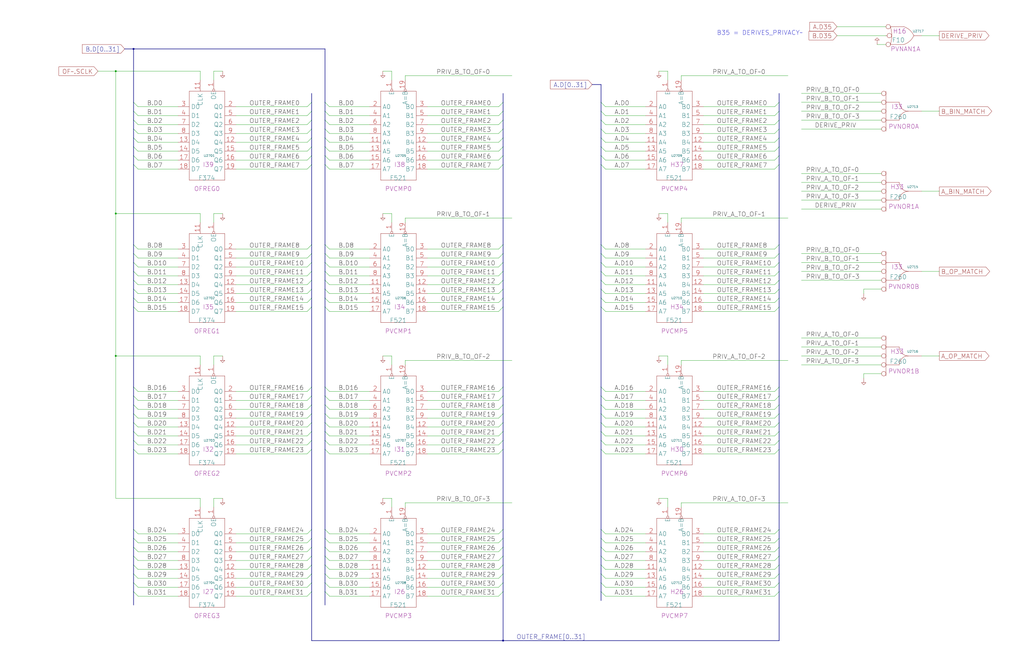
<source format=kicad_sch>
(kicad_sch (version 20220126) (generator eeschema)
  (paper "User" 584.2 378.46)
  (title_block (title "PRIVACY CHECK LOGIC") (date "15-MAR-90") (rev "1.0") (comment 1 "TYPE") (comment 2 "232-003062") (comment 3 "S400") (comment 4 "RELEASED"))
  (bus (pts (xy 177.8 139.7) (xy 177.8 144.78)))
  (bus (pts (xy 177.8 144.78) (xy 177.8 149.86)))
  (bus (pts (xy 177.8 149.86) (xy 177.8 154.94)))
  (bus (pts (xy 177.8 154.94) (xy 177.8 160.02)))
  (bus (pts (xy 177.8 160.02) (xy 177.8 165.1)))
  (bus (pts (xy 177.8 165.1) (xy 177.8 170.18)))
  (bus (pts (xy 177.8 170.18) (xy 177.8 175.26)))
  (bus (pts (xy 177.8 175.26) (xy 177.8 220.98)))
  (bus (pts (xy 177.8 220.98) (xy 177.8 226.06)))
  (bus (pts (xy 177.8 226.06) (xy 177.8 231.14)))
  (bus (pts (xy 177.8 231.14) (xy 177.8 236.22)))
  (bus (pts (xy 177.8 236.22) (xy 177.8 241.3)))
  (bus (pts (xy 177.8 241.3) (xy 177.8 246.38)))
  (bus (pts (xy 177.8 246.38) (xy 177.8 251.46)))
  (bus (pts (xy 177.8 251.46) (xy 177.8 256.54)))
  (bus (pts (xy 177.8 256.54) (xy 177.8 302.26)))
  (bus (pts (xy 177.8 302.26) (xy 177.8 307.34)))
  (bus (pts (xy 177.8 307.34) (xy 177.8 312.42)))
  (bus (pts (xy 177.8 312.42) (xy 177.8 317.5)))
  (bus (pts (xy 177.8 317.5) (xy 177.8 322.58)))
  (bus (pts (xy 177.8 322.58) (xy 177.8 327.66)))
  (bus (pts (xy 177.8 327.66) (xy 177.8 332.74)))
  (bus (pts (xy 177.8 332.74) (xy 177.8 337.82)))
  (bus (pts (xy 177.8 337.82) (xy 177.8 365.76)))
  (bus (pts (xy 177.8 53.34) (xy 177.8 58.42)))
  (bus (pts (xy 177.8 58.42) (xy 177.8 63.5)))
  (bus (pts (xy 177.8 63.5) (xy 177.8 68.58)))
  (bus (pts (xy 177.8 68.58) (xy 177.8 73.66)))
  (bus (pts (xy 177.8 73.66) (xy 177.8 78.74)))
  (bus (pts (xy 177.8 78.74) (xy 177.8 83.82)))
  (bus (pts (xy 177.8 83.82) (xy 177.8 88.9)))
  (bus (pts (xy 177.8 88.9) (xy 177.8 93.98)))
  (bus (pts (xy 177.8 93.98) (xy 177.8 139.7)))
  (bus (pts (xy 185.42 139.7) (xy 185.42 144.78)))
  (bus (pts (xy 185.42 144.78) (xy 185.42 149.86)))
  (bus (pts (xy 185.42 149.86) (xy 185.42 154.94)))
  (bus (pts (xy 185.42 154.94) (xy 185.42 160.02)))
  (bus (pts (xy 185.42 160.02) (xy 185.42 165.1)))
  (bus (pts (xy 185.42 165.1) (xy 185.42 170.18)))
  (bus (pts (xy 185.42 170.18) (xy 185.42 175.26)))
  (bus (pts (xy 185.42 175.26) (xy 185.42 220.98)))
  (bus (pts (xy 185.42 220.98) (xy 185.42 226.06)))
  (bus (pts (xy 185.42 226.06) (xy 185.42 231.14)))
  (bus (pts (xy 185.42 231.14) (xy 185.42 236.22)))
  (bus (pts (xy 185.42 236.22) (xy 185.42 241.3)))
  (bus (pts (xy 185.42 241.3) (xy 185.42 246.38)))
  (bus (pts (xy 185.42 246.38) (xy 185.42 251.46)))
  (bus (pts (xy 185.42 251.46) (xy 185.42 256.54)))
  (bus (pts (xy 185.42 256.54) (xy 185.42 302.26)))
  (bus (pts (xy 185.42 27.94) (xy 185.42 58.42)))
  (bus (pts (xy 185.42 302.26) (xy 185.42 307.34)))
  (bus (pts (xy 185.42 307.34) (xy 185.42 312.42)))
  (bus (pts (xy 185.42 312.42) (xy 185.42 317.5)))
  (bus (pts (xy 185.42 317.5) (xy 185.42 322.58)))
  (bus (pts (xy 185.42 322.58) (xy 185.42 327.66)))
  (bus (pts (xy 185.42 327.66) (xy 185.42 332.74)))
  (bus (pts (xy 185.42 332.74) (xy 185.42 337.82)))
  (bus (pts (xy 185.42 337.82) (xy 185.42 345.44)))
  (bus (pts (xy 185.42 58.42) (xy 185.42 63.5)))
  (bus (pts (xy 185.42 63.5) (xy 185.42 68.58)))
  (bus (pts (xy 185.42 68.58) (xy 185.42 73.66)))
  (bus (pts (xy 185.42 73.66) (xy 185.42 78.74)))
  (bus (pts (xy 185.42 78.74) (xy 185.42 83.82)))
  (bus (pts (xy 185.42 83.82) (xy 185.42 88.9)))
  (bus (pts (xy 185.42 88.9) (xy 185.42 93.98)))
  (bus (pts (xy 185.42 93.98) (xy 185.42 139.7)))
  (bus (pts (xy 287.02 139.7) (xy 287.02 144.78)))
  (bus (pts (xy 287.02 144.78) (xy 287.02 149.86)))
  (bus (pts (xy 287.02 149.86) (xy 287.02 154.94)))
  (bus (pts (xy 287.02 154.94) (xy 287.02 160.02)))
  (bus (pts (xy 287.02 160.02) (xy 287.02 165.1)))
  (bus (pts (xy 287.02 165.1) (xy 287.02 170.18)))
  (bus (pts (xy 287.02 170.18) (xy 287.02 175.26)))
  (bus (pts (xy 287.02 175.26) (xy 287.02 220.98)))
  (bus (pts (xy 287.02 220.98) (xy 287.02 226.06)))
  (bus (pts (xy 287.02 226.06) (xy 287.02 231.14)))
  (bus (pts (xy 287.02 231.14) (xy 287.02 236.22)))
  (bus (pts (xy 287.02 236.22) (xy 287.02 241.3)))
  (bus (pts (xy 287.02 241.3) (xy 287.02 246.38)))
  (bus (pts (xy 287.02 246.38) (xy 287.02 251.46)))
  (bus (pts (xy 287.02 251.46) (xy 287.02 256.54)))
  (bus (pts (xy 287.02 256.54) (xy 287.02 302.26)))
  (bus (pts (xy 287.02 302.26) (xy 287.02 307.34)))
  (bus (pts (xy 287.02 307.34) (xy 287.02 312.42)))
  (bus (pts (xy 287.02 312.42) (xy 287.02 317.5)))
  (bus (pts (xy 287.02 317.5) (xy 287.02 322.58)))
  (bus (pts (xy 287.02 322.58) (xy 287.02 327.66)))
  (bus (pts (xy 287.02 327.66) (xy 287.02 332.74)))
  (bus (pts (xy 287.02 332.74) (xy 287.02 337.82)))
  (bus (pts (xy 287.02 337.82) (xy 287.02 365.76)))
  (bus (pts (xy 287.02 365.76) (xy 177.8 365.76)))
  (bus (pts (xy 287.02 53.34) (xy 287.02 58.42)))
  (bus (pts (xy 287.02 58.42) (xy 287.02 63.5)))
  (bus (pts (xy 287.02 63.5) (xy 287.02 68.58)))
  (bus (pts (xy 287.02 68.58) (xy 287.02 73.66)))
  (bus (pts (xy 287.02 73.66) (xy 287.02 78.74)))
  (bus (pts (xy 287.02 78.74) (xy 287.02 83.82)))
  (bus (pts (xy 287.02 83.82) (xy 287.02 88.9)))
  (bus (pts (xy 287.02 88.9) (xy 287.02 93.98)))
  (bus (pts (xy 287.02 93.98) (xy 287.02 139.7)))
  (bus (pts (xy 337.82 48.26) (xy 342.9 48.26)))
  (bus (pts (xy 342.9 139.7) (xy 342.9 144.78)))
  (bus (pts (xy 342.9 144.78) (xy 342.9 149.86)))
  (bus (pts (xy 342.9 149.86) (xy 342.9 154.94)))
  (bus (pts (xy 342.9 154.94) (xy 342.9 160.02)))
  (bus (pts (xy 342.9 160.02) (xy 342.9 165.1)))
  (bus (pts (xy 342.9 165.1) (xy 342.9 170.18)))
  (bus (pts (xy 342.9 170.18) (xy 342.9 175.26)))
  (bus (pts (xy 342.9 175.26) (xy 342.9 220.98)))
  (bus (pts (xy 342.9 220.98) (xy 342.9 226.06)))
  (bus (pts (xy 342.9 226.06) (xy 342.9 231.14)))
  (bus (pts (xy 342.9 231.14) (xy 342.9 236.22)))
  (bus (pts (xy 342.9 236.22) (xy 342.9 241.3)))
  (bus (pts (xy 342.9 241.3) (xy 342.9 246.38)))
  (bus (pts (xy 342.9 246.38) (xy 342.9 251.46)))
  (bus (pts (xy 342.9 251.46) (xy 342.9 256.54)))
  (bus (pts (xy 342.9 256.54) (xy 342.9 302.26)))
  (bus (pts (xy 342.9 302.26) (xy 342.9 307.34)))
  (bus (pts (xy 342.9 307.34) (xy 342.9 312.42)))
  (bus (pts (xy 342.9 312.42) (xy 342.9 317.5)))
  (bus (pts (xy 342.9 317.5) (xy 342.9 322.58)))
  (bus (pts (xy 342.9 322.58) (xy 342.9 327.66)))
  (bus (pts (xy 342.9 327.66) (xy 342.9 332.74)))
  (bus (pts (xy 342.9 332.74) (xy 342.9 337.82)))
  (bus (pts (xy 342.9 337.82) (xy 342.9 342.9)))
  (bus (pts (xy 342.9 48.26) (xy 342.9 58.42)))
  (bus (pts (xy 342.9 58.42) (xy 342.9 63.5)))
  (bus (pts (xy 342.9 63.5) (xy 342.9 68.58)))
  (bus (pts (xy 342.9 68.58) (xy 342.9 73.66)))
  (bus (pts (xy 342.9 73.66) (xy 342.9 78.74)))
  (bus (pts (xy 342.9 78.74) (xy 342.9 83.82)))
  (bus (pts (xy 342.9 83.82) (xy 342.9 88.9)))
  (bus (pts (xy 342.9 88.9) (xy 342.9 93.98)))
  (bus (pts (xy 342.9 93.98) (xy 342.9 139.7)))
  (bus (pts (xy 444.5 139.7) (xy 444.5 144.78)))
  (bus (pts (xy 444.5 144.78) (xy 444.5 149.86)))
  (bus (pts (xy 444.5 149.86) (xy 444.5 154.94)))
  (bus (pts (xy 444.5 154.94) (xy 444.5 160.02)))
  (bus (pts (xy 444.5 160.02) (xy 444.5 165.1)))
  (bus (pts (xy 444.5 165.1) (xy 444.5 170.18)))
  (bus (pts (xy 444.5 170.18) (xy 444.5 175.26)))
  (bus (pts (xy 444.5 175.26) (xy 444.5 220.98)))
  (bus (pts (xy 444.5 220.98) (xy 444.5 226.06)))
  (bus (pts (xy 444.5 226.06) (xy 444.5 231.14)))
  (bus (pts (xy 444.5 231.14) (xy 444.5 236.22)))
  (bus (pts (xy 444.5 236.22) (xy 444.5 241.3)))
  (bus (pts (xy 444.5 241.3) (xy 444.5 246.38)))
  (bus (pts (xy 444.5 246.38) (xy 444.5 251.46)))
  (bus (pts (xy 444.5 251.46) (xy 444.5 256.54)))
  (bus (pts (xy 444.5 256.54) (xy 444.5 302.26)))
  (bus (pts (xy 444.5 302.26) (xy 444.5 307.34)))
  (bus (pts (xy 444.5 307.34) (xy 444.5 312.42)))
  (bus (pts (xy 444.5 312.42) (xy 444.5 317.5)))
  (bus (pts (xy 444.5 317.5) (xy 444.5 322.58)))
  (bus (pts (xy 444.5 322.58) (xy 444.5 327.66)))
  (bus (pts (xy 444.5 327.66) (xy 444.5 332.74)))
  (bus (pts (xy 444.5 332.74) (xy 444.5 337.82)))
  (bus (pts (xy 444.5 337.82) (xy 444.5 365.76)))
  (bus (pts (xy 444.5 365.76) (xy 287.02 365.76)))
  (bus (pts (xy 444.5 53.34) (xy 444.5 58.42)))
  (bus (pts (xy 444.5 58.42) (xy 444.5 63.5)))
  (bus (pts (xy 444.5 63.5) (xy 444.5 68.58)))
  (bus (pts (xy 444.5 68.58) (xy 444.5 73.66)))
  (bus (pts (xy 444.5 73.66) (xy 444.5 78.74)))
  (bus (pts (xy 444.5 78.74) (xy 444.5 83.82)))
  (bus (pts (xy 444.5 83.82) (xy 444.5 88.9)))
  (bus (pts (xy 444.5 88.9) (xy 444.5 93.98)))
  (bus (pts (xy 444.5 93.98) (xy 444.5 139.7)))
  (bus (pts (xy 71.12 27.94) (xy 76.2 27.94)))
  (bus (pts (xy 76.2 139.7) (xy 76.2 144.78)))
  (bus (pts (xy 76.2 144.78) (xy 76.2 149.86)))
  (bus (pts (xy 76.2 149.86) (xy 76.2 154.94)))
  (bus (pts (xy 76.2 154.94) (xy 76.2 160.02)))
  (bus (pts (xy 76.2 160.02) (xy 76.2 165.1)))
  (bus (pts (xy 76.2 165.1) (xy 76.2 170.18)))
  (bus (pts (xy 76.2 170.18) (xy 76.2 175.26)))
  (bus (pts (xy 76.2 175.26) (xy 76.2 220.98)))
  (bus (pts (xy 76.2 220.98) (xy 76.2 226.06)))
  (bus (pts (xy 76.2 226.06) (xy 76.2 231.14)))
  (bus (pts (xy 76.2 231.14) (xy 76.2 236.22)))
  (bus (pts (xy 76.2 236.22) (xy 76.2 241.3)))
  (bus (pts (xy 76.2 241.3) (xy 76.2 246.38)))
  (bus (pts (xy 76.2 246.38) (xy 76.2 251.46)))
  (bus (pts (xy 76.2 251.46) (xy 76.2 256.54)))
  (bus (pts (xy 76.2 256.54) (xy 76.2 302.26)))
  (bus (pts (xy 76.2 27.94) (xy 185.42 27.94)))
  (bus (pts (xy 76.2 27.94) (xy 76.2 58.42)))
  (bus (pts (xy 76.2 302.26) (xy 76.2 307.34)))
  (bus (pts (xy 76.2 307.34) (xy 76.2 312.42)))
  (bus (pts (xy 76.2 312.42) (xy 76.2 317.5)))
  (bus (pts (xy 76.2 317.5) (xy 76.2 322.58)))
  (bus (pts (xy 76.2 322.58) (xy 76.2 327.66)))
  (bus (pts (xy 76.2 327.66) (xy 76.2 332.74)))
  (bus (pts (xy 76.2 332.74) (xy 76.2 337.82)))
  (bus (pts (xy 76.2 337.82) (xy 76.2 345.44)))
  (bus (pts (xy 76.2 58.42) (xy 76.2 63.5)))
  (bus (pts (xy 76.2 63.5) (xy 76.2 68.58)))
  (bus (pts (xy 76.2 68.58) (xy 76.2 73.66)))
  (bus (pts (xy 76.2 73.66) (xy 76.2 78.74)))
  (bus (pts (xy 76.2 78.74) (xy 76.2 83.82)))
  (bus (pts (xy 76.2 83.82) (xy 76.2 88.9)))
  (bus (pts (xy 76.2 88.9) (xy 76.2 93.98)))
  (bus (pts (xy 76.2 93.98) (xy 76.2 139.7)))
  (wire (pts (xy 114.3 121.92) (xy 66.04 121.92)))
  (wire (pts (xy 114.3 127) (xy 114.3 121.92)))
  (wire (pts (xy 114.3 203.2) (xy 66.04 203.2)))
  (wire (pts (xy 114.3 208.28) (xy 114.3 203.2)))
  (wire (pts (xy 114.3 284.48) (xy 66.04 284.48)))
  (wire (pts (xy 114.3 289.56) (xy 114.3 284.48)))
  (wire (pts (xy 114.3 40.64) (xy 66.04 40.64)))
  (wire (pts (xy 114.3 45.72) (xy 114.3 40.64)))
  (wire (pts (xy 121.92 121.92) (xy 121.92 127)))
  (wire (pts (xy 121.92 203.2) (xy 121.92 208.28)))
  (wire (pts (xy 121.92 284.48) (xy 121.92 289.56)))
  (wire (pts (xy 121.92 40.64) (xy 121.92 45.72)))
  (wire (pts (xy 127 121.92) (xy 121.92 121.92)))
  (wire (pts (xy 127 203.2) (xy 121.92 203.2)))
  (wire (pts (xy 127 284.48) (xy 121.92 284.48)))
  (wire (pts (xy 127 40.64) (xy 121.92 40.64)))
  (wire (pts (xy 134.62 142.24) (xy 175.26 142.24)))
  (wire (pts (xy 134.62 147.32) (xy 175.26 147.32)))
  (wire (pts (xy 134.62 152.4) (xy 175.26 152.4)))
  (wire (pts (xy 134.62 157.48) (xy 175.26 157.48)))
  (wire (pts (xy 134.62 162.56) (xy 175.26 162.56)))
  (wire (pts (xy 134.62 167.64) (xy 175.26 167.64)))
  (wire (pts (xy 134.62 172.72) (xy 175.26 172.72)))
  (wire (pts (xy 134.62 177.8) (xy 175.26 177.8)))
  (wire (pts (xy 134.62 223.52) (xy 175.26 223.52)))
  (wire (pts (xy 134.62 228.6) (xy 175.26 228.6)))
  (wire (pts (xy 134.62 233.68) (xy 175.26 233.68)))
  (wire (pts (xy 134.62 238.76) (xy 175.26 238.76)))
  (wire (pts (xy 134.62 243.84) (xy 175.26 243.84)))
  (wire (pts (xy 134.62 248.92) (xy 175.26 248.92)))
  (wire (pts (xy 134.62 254) (xy 175.26 254)))
  (wire (pts (xy 134.62 259.08) (xy 175.26 259.08)))
  (wire (pts (xy 134.62 304.8) (xy 175.26 304.8)))
  (wire (pts (xy 134.62 309.88) (xy 175.26 309.88)))
  (wire (pts (xy 134.62 314.96) (xy 175.26 314.96)))
  (wire (pts (xy 134.62 320.04) (xy 175.26 320.04)))
  (wire (pts (xy 134.62 325.12) (xy 175.26 325.12)))
  (wire (pts (xy 134.62 330.2) (xy 175.26 330.2)))
  (wire (pts (xy 134.62 335.28) (xy 175.26 335.28)))
  (wire (pts (xy 134.62 340.36) (xy 175.26 340.36)))
  (wire (pts (xy 134.62 60.96) (xy 175.26 60.96)))
  (wire (pts (xy 134.62 66.04) (xy 175.26 66.04)))
  (wire (pts (xy 134.62 71.12) (xy 175.26 71.12)))
  (wire (pts (xy 134.62 76.2) (xy 175.26 76.2)))
  (wire (pts (xy 134.62 81.28) (xy 175.26 81.28)))
  (wire (pts (xy 134.62 86.36) (xy 175.26 86.36)))
  (wire (pts (xy 134.62 91.44) (xy 175.26 91.44)))
  (wire (pts (xy 134.62 96.52) (xy 175.26 96.52)))
  (wire (pts (xy 187.96 142.24) (xy 210.82 142.24)))
  (wire (pts (xy 187.96 147.32) (xy 210.82 147.32)))
  (wire (pts (xy 187.96 152.4) (xy 210.82 152.4)))
  (wire (pts (xy 187.96 157.48) (xy 210.82 157.48)))
  (wire (pts (xy 187.96 162.56) (xy 210.82 162.56)))
  (wire (pts (xy 187.96 167.64) (xy 210.82 167.64)))
  (wire (pts (xy 187.96 172.72) (xy 210.82 172.72)))
  (wire (pts (xy 187.96 177.8) (xy 210.82 177.8)))
  (wire (pts (xy 187.96 223.52) (xy 210.82 223.52)))
  (wire (pts (xy 187.96 228.6) (xy 210.82 228.6)))
  (wire (pts (xy 187.96 233.68) (xy 210.82 233.68)))
  (wire (pts (xy 187.96 238.76) (xy 210.82 238.76)))
  (wire (pts (xy 187.96 243.84) (xy 210.82 243.84)))
  (wire (pts (xy 187.96 248.92) (xy 210.82 248.92)))
  (wire (pts (xy 187.96 254) (xy 210.82 254)))
  (wire (pts (xy 187.96 259.08) (xy 210.82 259.08)))
  (wire (pts (xy 187.96 304.8) (xy 210.82 304.8)))
  (wire (pts (xy 187.96 309.88) (xy 210.82 309.88)))
  (wire (pts (xy 187.96 314.96) (xy 210.82 314.96)))
  (wire (pts (xy 187.96 320.04) (xy 210.82 320.04)))
  (wire (pts (xy 187.96 325.12) (xy 210.82 325.12)))
  (wire (pts (xy 187.96 330.2) (xy 210.82 330.2)))
  (wire (pts (xy 187.96 335.28) (xy 210.82 335.28)))
  (wire (pts (xy 187.96 340.36) (xy 210.82 340.36)))
  (wire (pts (xy 187.96 60.96) (xy 210.82 60.96)))
  (wire (pts (xy 187.96 66.04) (xy 210.82 66.04)))
  (wire (pts (xy 187.96 71.12) (xy 210.82 71.12)))
  (wire (pts (xy 187.96 76.2) (xy 210.82 76.2)))
  (wire (pts (xy 187.96 81.28) (xy 210.82 81.28)))
  (wire (pts (xy 187.96 86.36) (xy 210.82 86.36)))
  (wire (pts (xy 187.96 91.44) (xy 210.82 91.44)))
  (wire (pts (xy 187.96 96.52) (xy 210.82 96.52)))
  (wire (pts (xy 218.44 121.92) (xy 223.52 121.92)))
  (wire (pts (xy 218.44 203.2) (xy 223.52 203.2)))
  (wire (pts (xy 218.44 284.48) (xy 223.52 284.48)))
  (wire (pts (xy 218.44 40.64) (xy 223.52 40.64)))
  (wire (pts (xy 223.52 127) (xy 223.52 121.92)))
  (wire (pts (xy 223.52 208.28) (xy 223.52 203.2)))
  (wire (pts (xy 223.52 289.56) (xy 223.52 284.48)))
  (wire (pts (xy 223.52 45.72) (xy 223.52 40.64)))
  (wire (pts (xy 231.14 124.46) (xy 292.1 124.46)))
  (wire (pts (xy 231.14 127) (xy 231.14 124.46)))
  (wire (pts (xy 231.14 205.74) (xy 292.1 205.74)))
  (wire (pts (xy 231.14 208.28) (xy 231.14 205.74)))
  (wire (pts (xy 231.14 287.02) (xy 292.1 287.02)))
  (wire (pts (xy 231.14 289.56) (xy 231.14 287.02)))
  (wire (pts (xy 231.14 43.18) (xy 292.1 43.18)))
  (wire (pts (xy 231.14 45.72) (xy 231.14 43.18)))
  (wire (pts (xy 243.84 142.24) (xy 284.48 142.24)))
  (wire (pts (xy 243.84 147.32) (xy 284.48 147.32)))
  (wire (pts (xy 243.84 152.4) (xy 284.48 152.4)))
  (wire (pts (xy 243.84 157.48) (xy 284.48 157.48)))
  (wire (pts (xy 243.84 162.56) (xy 284.48 162.56)))
  (wire (pts (xy 243.84 167.64) (xy 284.48 167.64)))
  (wire (pts (xy 243.84 172.72) (xy 284.48 172.72)))
  (wire (pts (xy 243.84 177.8) (xy 284.48 177.8)))
  (wire (pts (xy 243.84 223.52) (xy 284.48 223.52)))
  (wire (pts (xy 243.84 228.6) (xy 284.48 228.6)))
  (wire (pts (xy 243.84 233.68) (xy 284.48 233.68)))
  (wire (pts (xy 243.84 238.76) (xy 284.48 238.76)))
  (wire (pts (xy 243.84 243.84) (xy 284.48 243.84)))
  (wire (pts (xy 243.84 248.92) (xy 284.48 248.92)))
  (wire (pts (xy 243.84 254) (xy 284.48 254)))
  (wire (pts (xy 243.84 259.08) (xy 284.48 259.08)))
  (wire (pts (xy 243.84 304.8) (xy 284.48 304.8)))
  (wire (pts (xy 243.84 309.88) (xy 284.48 309.88)))
  (wire (pts (xy 243.84 314.96) (xy 284.48 314.96)))
  (wire (pts (xy 243.84 320.04) (xy 284.48 320.04)))
  (wire (pts (xy 243.84 325.12) (xy 284.48 325.12)))
  (wire (pts (xy 243.84 330.2) (xy 284.48 330.2)))
  (wire (pts (xy 243.84 335.28) (xy 284.48 335.28)))
  (wire (pts (xy 243.84 340.36) (xy 284.48 340.36)))
  (wire (pts (xy 243.84 60.96) (xy 284.48 60.96)))
  (wire (pts (xy 243.84 66.04) (xy 284.48 66.04)))
  (wire (pts (xy 243.84 71.12) (xy 284.48 71.12)))
  (wire (pts (xy 243.84 76.2) (xy 284.48 76.2)))
  (wire (pts (xy 243.84 81.28) (xy 284.48 81.28)))
  (wire (pts (xy 243.84 86.36) (xy 284.48 86.36)))
  (wire (pts (xy 243.84 91.44) (xy 284.48 91.44)))
  (wire (pts (xy 243.84 96.52) (xy 284.48 96.52)))
  (wire (pts (xy 345.44 142.24) (xy 368.3 142.24)))
  (wire (pts (xy 345.44 147.32) (xy 368.3 147.32)))
  (wire (pts (xy 345.44 152.4) (xy 368.3 152.4)))
  (wire (pts (xy 345.44 157.48) (xy 368.3 157.48)))
  (wire (pts (xy 345.44 162.56) (xy 368.3 162.56)))
  (wire (pts (xy 345.44 167.64) (xy 368.3 167.64)))
  (wire (pts (xy 345.44 172.72) (xy 368.3 172.72)))
  (wire (pts (xy 345.44 177.8) (xy 368.3 177.8)))
  (wire (pts (xy 345.44 223.52) (xy 368.3 223.52)))
  (wire (pts (xy 345.44 228.6) (xy 368.3 228.6)))
  (wire (pts (xy 345.44 233.68) (xy 368.3 233.68)))
  (wire (pts (xy 345.44 238.76) (xy 368.3 238.76)))
  (wire (pts (xy 345.44 243.84) (xy 368.3 243.84)))
  (wire (pts (xy 345.44 248.92) (xy 368.3 248.92)))
  (wire (pts (xy 345.44 254) (xy 368.3 254)))
  (wire (pts (xy 345.44 259.08) (xy 368.3 259.08)))
  (wire (pts (xy 345.44 304.8) (xy 368.3 304.8)))
  (wire (pts (xy 345.44 309.88) (xy 368.3 309.88)))
  (wire (pts (xy 345.44 314.96) (xy 368.3 314.96)))
  (wire (pts (xy 345.44 320.04) (xy 368.3 320.04)))
  (wire (pts (xy 345.44 325.12) (xy 368.3 325.12)))
  (wire (pts (xy 345.44 330.2) (xy 368.3 330.2)))
  (wire (pts (xy 345.44 335.28) (xy 368.3 335.28)))
  (wire (pts (xy 345.44 340.36) (xy 368.3 340.36)))
  (wire (pts (xy 345.44 60.96) (xy 368.3 60.96)))
  (wire (pts (xy 345.44 66.04) (xy 368.3 66.04)))
  (wire (pts (xy 345.44 71.12) (xy 368.3 71.12)))
  (wire (pts (xy 345.44 76.2) (xy 368.3 76.2)))
  (wire (pts (xy 345.44 81.28) (xy 368.3 81.28)))
  (wire (pts (xy 345.44 86.36) (xy 368.3 86.36)))
  (wire (pts (xy 345.44 91.44) (xy 368.3 91.44)))
  (wire (pts (xy 345.44 96.52) (xy 368.3 96.52)))
  (wire (pts (xy 375.92 121.92) (xy 381 121.92)))
  (wire (pts (xy 375.92 203.2) (xy 381 203.2)))
  (wire (pts (xy 375.92 284.48) (xy 381 284.48)))
  (wire (pts (xy 375.92 40.64) (xy 381 40.64)))
  (wire (pts (xy 381 127) (xy 381 121.92)))
  (wire (pts (xy 381 208.28) (xy 381 203.2)))
  (wire (pts (xy 381 289.56) (xy 381 284.48)))
  (wire (pts (xy 381 45.72) (xy 381 40.64)))
  (wire (pts (xy 388.62 124.46) (xy 449.58 124.46)))
  (wire (pts (xy 388.62 127) (xy 388.62 124.46)))
  (wire (pts (xy 388.62 205.74) (xy 449.58 205.74)))
  (wire (pts (xy 388.62 208.28) (xy 388.62 205.74)))
  (wire (pts (xy 388.62 287.02) (xy 449.58 287.02)))
  (wire (pts (xy 388.62 289.56) (xy 388.62 287.02)))
  (wire (pts (xy 388.62 43.18) (xy 449.58 43.18)))
  (wire (pts (xy 388.62 45.72) (xy 388.62 43.18)))
  (wire (pts (xy 401.32 142.24) (xy 441.96 142.24)))
  (wire (pts (xy 401.32 147.32) (xy 441.96 147.32)))
  (wire (pts (xy 401.32 152.4) (xy 441.96 152.4)))
  (wire (pts (xy 401.32 157.48) (xy 441.96 157.48)))
  (wire (pts (xy 401.32 162.56) (xy 441.96 162.56)))
  (wire (pts (xy 401.32 167.64) (xy 441.96 167.64)))
  (wire (pts (xy 401.32 172.72) (xy 441.96 172.72)))
  (wire (pts (xy 401.32 177.8) (xy 441.96 177.8)))
  (wire (pts (xy 401.32 223.52) (xy 441.96 223.52)))
  (wire (pts (xy 401.32 228.6) (xy 441.96 228.6)))
  (wire (pts (xy 401.32 233.68) (xy 441.96 233.68)))
  (wire (pts (xy 401.32 238.76) (xy 441.96 238.76)))
  (wire (pts (xy 401.32 243.84) (xy 441.96 243.84)))
  (wire (pts (xy 401.32 248.92) (xy 441.96 248.92)))
  (wire (pts (xy 401.32 254) (xy 441.96 254)))
  (wire (pts (xy 401.32 259.08) (xy 441.96 259.08)))
  (wire (pts (xy 401.32 304.8) (xy 441.96 304.8)))
  (wire (pts (xy 401.32 309.88) (xy 441.96 309.88)))
  (wire (pts (xy 401.32 314.96) (xy 441.96 314.96)))
  (wire (pts (xy 401.32 320.04) (xy 441.96 320.04)))
  (wire (pts (xy 401.32 325.12) (xy 441.96 325.12)))
  (wire (pts (xy 401.32 330.2) (xy 441.96 330.2)))
  (wire (pts (xy 401.32 335.28) (xy 441.96 335.28)))
  (wire (pts (xy 401.32 340.36) (xy 441.96 340.36)))
  (wire (pts (xy 401.32 60.96) (xy 441.96 60.96)))
  (wire (pts (xy 401.32 66.04) (xy 441.96 66.04)))
  (wire (pts (xy 401.32 71.12) (xy 441.96 71.12)))
  (wire (pts (xy 401.32 76.2) (xy 441.96 76.2)))
  (wire (pts (xy 401.32 81.28) (xy 441.96 81.28)))
  (wire (pts (xy 401.32 86.36) (xy 441.96 86.36)))
  (wire (pts (xy 401.32 91.44) (xy 441.96 91.44)))
  (wire (pts (xy 401.32 96.52) (xy 441.96 96.52)))
  (wire (pts (xy 457.2 104.14) (xy 502.92 104.14)))
  (wire (pts (xy 457.2 109.22) (xy 502.92 109.22)))
  (wire (pts (xy 457.2 114.3) (xy 502.92 114.3)))
  (wire (pts (xy 457.2 119.38) (xy 502.92 119.38)))
  (wire (pts (xy 457.2 144.78) (xy 502.92 144.78)))
  (wire (pts (xy 457.2 149.86) (xy 502.92 149.86)))
  (wire (pts (xy 457.2 154.94) (xy 502.92 154.94)))
  (wire (pts (xy 457.2 160.02) (xy 502.92 160.02)))
  (wire (pts (xy 457.2 193.04) (xy 502.92 193.04)))
  (wire (pts (xy 457.2 198.12) (xy 502.92 198.12)))
  (wire (pts (xy 457.2 203.2) (xy 502.92 203.2)))
  (wire (pts (xy 457.2 208.28) (xy 502.92 208.28)))
  (wire (pts (xy 457.2 53.34) (xy 502.92 53.34)))
  (wire (pts (xy 457.2 58.42) (xy 502.92 58.42)))
  (wire (pts (xy 457.2 63.5) (xy 502.92 63.5)))
  (wire (pts (xy 457.2 68.58) (xy 502.92 68.58)))
  (wire (pts (xy 457.2 73.66) (xy 502.92 73.66)))
  (wire (pts (xy 457.2 99.06) (xy 502.92 99.06)))
  (wire (pts (xy 477.52 15.24) (xy 505.46 15.24)))
  (wire (pts (xy 477.52 20.32) (xy 505.46 20.32)))
  (wire (pts (xy 492.76 165.1) (xy 492.76 167.64)))
  (wire (pts (xy 492.76 213.36) (xy 492.76 215.9)))
  (wire (pts (xy 500.38 25.4) (xy 505.46 25.4)))
  (wire (pts (xy 502.92 165.1) (xy 492.76 165.1)))
  (wire (pts (xy 502.92 213.36) (xy 492.76 213.36)))
  (wire (pts (xy 525.78 109.22) (xy 535.94 109.22)))
  (wire (pts (xy 525.78 154.94) (xy 535.94 154.94)))
  (wire (pts (xy 525.78 20.32) (xy 535.94 20.32)))
  (wire (pts (xy 525.78 203.2) (xy 535.94 203.2)))
  (wire (pts (xy 525.78 63.5) (xy 535.94 63.5)))
  (wire (pts (xy 66.04 121.92) (xy 66.04 40.64)))
  (wire (pts (xy 66.04 203.2) (xy 66.04 121.92)))
  (wire (pts (xy 66.04 284.48) (xy 66.04 203.2)))
  (wire (pts (xy 66.04 40.64) (xy 55.88 40.64)))
  (wire (pts (xy 78.74 142.24) (xy 101.6 142.24)))
  (wire (pts (xy 78.74 147.32) (xy 101.6 147.32)))
  (wire (pts (xy 78.74 152.4) (xy 101.6 152.4)))
  (wire (pts (xy 78.74 157.48) (xy 101.6 157.48)))
  (wire (pts (xy 78.74 162.56) (xy 101.6 162.56)))
  (wire (pts (xy 78.74 167.64) (xy 101.6 167.64)))
  (wire (pts (xy 78.74 172.72) (xy 101.6 172.72)))
  (wire (pts (xy 78.74 177.8) (xy 101.6 177.8)))
  (wire (pts (xy 78.74 223.52) (xy 101.6 223.52)))
  (wire (pts (xy 78.74 228.6) (xy 101.6 228.6)))
  (wire (pts (xy 78.74 233.68) (xy 101.6 233.68)))
  (wire (pts (xy 78.74 238.76) (xy 101.6 238.76)))
  (wire (pts (xy 78.74 243.84) (xy 101.6 243.84)))
  (wire (pts (xy 78.74 248.92) (xy 101.6 248.92)))
  (wire (pts (xy 78.74 254) (xy 101.6 254)))
  (wire (pts (xy 78.74 259.08) (xy 101.6 259.08)))
  (wire (pts (xy 78.74 304.8) (xy 101.6 304.8)))
  (wire (pts (xy 78.74 309.88) (xy 101.6 309.88)))
  (wire (pts (xy 78.74 314.96) (xy 101.6 314.96)))
  (wire (pts (xy 78.74 320.04) (xy 101.6 320.04)))
  (wire (pts (xy 78.74 325.12) (xy 101.6 325.12)))
  (wire (pts (xy 78.74 330.2) (xy 101.6 330.2)))
  (wire (pts (xy 78.74 335.28) (xy 101.6 335.28)))
  (wire (pts (xy 78.74 340.36) (xy 101.6 340.36)))
  (wire (pts (xy 78.74 60.96) (xy 101.6 60.96)))
  (wire (pts (xy 78.74 66.04) (xy 101.6 66.04)))
  (wire (pts (xy 78.74 71.12) (xy 101.6 71.12)))
  (wire (pts (xy 78.74 76.2) (xy 101.6 76.2)))
  (wire (pts (xy 78.74 81.28) (xy 101.6 81.28)))
  (wire (pts (xy 78.74 86.36) (xy 101.6 86.36)))
  (wire (pts (xy 78.74 91.44) (xy 101.6 91.44)))
  (wire (pts (xy 78.74 96.52) (xy 101.6 96.52)))
  (global_label "OF~.SCLK" (shape input) (at 55.88 40.64 180) (effects (font (size 2.54 2.54))) (property "Intersheet References" "${INTERSHEET_REFS}" (at 33.6369 40.4813 0) (effects (font (size 2.54 2.54)) (justify right))))
  (junction (at 66.04 40.64))
  (junction (at 66.04 121.92))
  (junction (at 66.04 203.2))
  (global_label "B.D[0..31]" (shape input) (at 71.12 27.94 180) (effects (font (size 2.54 2.54))) (property "Intersheet References" "${INTERSHEET_REFS}" (at 46.9416 27.7813 0) (effects (font (size 2.54 2.54)) (justify right))))
  (junction (at 76.2 27.94))
  (bus_entry (at 76.2 58.42) (size 2.54 2.54))
  (bus_entry (at 76.2 63.5) (size 2.54 2.54))
  (bus_entry (at 76.2 68.58) (size 2.54 2.54))
  (bus_entry (at 76.2 73.66) (size 2.54 2.54))
  (bus_entry (at 76.2 78.74) (size 2.54 2.54))
  (bus_entry (at 76.2 83.82) (size 2.54 2.54))
  (bus_entry (at 76.2 88.9) (size 2.54 2.54))
  (bus_entry (at 76.2 93.98) (size 2.54 2.54))
  (bus_entry (at 76.2 139.7) (size 2.54 2.54))
  (bus_entry (at 76.2 144.78) (size 2.54 2.54))
  (bus_entry (at 76.2 149.86) (size 2.54 2.54))
  (bus_entry (at 76.2 154.94) (size 2.54 2.54))
  (bus_entry (at 76.2 160.02) (size 2.54 2.54))
  (bus_entry (at 76.2 165.1) (size 2.54 2.54))
  (bus_entry (at 76.2 170.18) (size 2.54 2.54))
  (bus_entry (at 76.2 175.26) (size 2.54 2.54))
  (bus_entry (at 76.2 220.98) (size 2.54 2.54))
  (bus_entry (at 76.2 226.06) (size 2.54 2.54))
  (bus_entry (at 76.2 231.14) (size 2.54 2.54))
  (bus_entry (at 76.2 236.22) (size 2.54 2.54))
  (bus_entry (at 76.2 241.3) (size 2.54 2.54))
  (bus_entry (at 76.2 246.38) (size 2.54 2.54))
  (bus_entry (at 76.2 251.46) (size 2.54 2.54))
  (bus_entry (at 76.2 256.54) (size 2.54 2.54))
  (bus_entry (at 76.2 302.26) (size 2.54 2.54))
  (bus_entry (at 76.2 307.34) (size 2.54 2.54))
  (bus_entry (at 76.2 312.42) (size 2.54 2.54))
  (bus_entry (at 76.2 317.5) (size 2.54 2.54))
  (bus_entry (at 76.2 322.58) (size 2.54 2.54))
  (bus_entry (at 76.2 327.66) (size 2.54 2.54))
  (bus_entry (at 76.2 332.74) (size 2.54 2.54))
  (bus_entry (at 76.2 337.82) (size 2.54 2.54))
  (label "B.D0" (at 83.82 60.96 0) (effects (font (size 2.54 2.54))))
  (label "B.D1" (at 83.82 66.04 0) (effects (font (size 2.54 2.54))))
  (label "B.D2" (at 83.82 71.12 0) (effects (font (size 2.54 2.54))))
  (label "B.D3" (at 83.82 76.2 0) (effects (font (size 2.54 2.54))))
  (label "B.D4" (at 83.82 81.28 0) (effects (font (size 2.54 2.54))))
  (label "B.D5" (at 83.82 86.36 0) (effects (font (size 2.54 2.54))))
  (label "B.D6" (at 83.82 91.44 0) (effects (font (size 2.54 2.54))))
  (label "B.D7" (at 83.82 96.52 0) (effects (font (size 2.54 2.54))))
  (label "B.D8" (at 83.82 142.24 0) (effects (font (size 2.54 2.54))))
  (label "B.D9" (at 83.82 147.32 0) (effects (font (size 2.54 2.54))))
  (label "B.D10" (at 83.82 152.4 0) (effects (font (size 2.54 2.54))))
  (label "B.D11" (at 83.82 157.48 0) (effects (font (size 2.54 2.54))))
  (label "B.D12" (at 83.82 162.56 0) (effects (font (size 2.54 2.54))))
  (label "B.D13" (at 83.82 167.64 0) (effects (font (size 2.54 2.54))))
  (label "B.D14" (at 83.82 172.72 0) (effects (font (size 2.54 2.54))))
  (label "B.D15" (at 83.82 177.8 0) (effects (font (size 2.54 2.54))))
  (label "B.D16" (at 83.82 223.52 0) (effects (font (size 2.54 2.54))))
  (label "B.D17" (at 83.82 228.6 0) (effects (font (size 2.54 2.54))))
  (label "B.D18" (at 83.82 233.68 0) (effects (font (size 2.54 2.54))))
  (label "B.D19" (at 83.82 238.76 0) (effects (font (size 2.54 2.54))))
  (label "B.D20" (at 83.82 243.84 0) (effects (font (size 2.54 2.54))))
  (label "B.D21" (at 83.82 248.92 0) (effects (font (size 2.54 2.54))))
  (label "B.D22" (at 83.82 254 0) (effects (font (size 2.54 2.54))))
  (label "B.D23" (at 83.82 259.08 0) (effects (font (size 2.54 2.54))))
  (label "B.D24" (at 83.82 304.8 0) (effects (font (size 2.54 2.54))))
  (label "B.D25" (at 83.82 309.88 0) (effects (font (size 2.54 2.54))))
  (label "B.D26" (at 83.82 314.96 0) (effects (font (size 2.54 2.54))))
  (label "B.D27" (at 83.82 320.04 0) (effects (font (size 2.54 2.54))))
  (label "B.D28" (at 83.82 325.12 0) (effects (font (size 2.54 2.54))))
  (label "B.D29" (at 83.82 330.2 0) (effects (font (size 2.54 2.54))))
  (label "B.D30" (at 83.82 335.28 0) (effects (font (size 2.54 2.54))))
  (label "B.D31" (at 83.82 340.36 0) (effects (font (size 2.54 2.54))))
  (symbol (lib_id "r1000:F374") (at 116.84 93.98 0) (unit 1)
    (property "Reference" "U2701" (at 119.38 88.9 0))
    (property "Value" "F374" (at 113.03 101.6 0) (effects (font (size 2.54 2.54)) (justify left)))
    (property "Location" "I39" (at 115.57 93.98 0) (effects (font (size 2.54 2.54)) (justify left)))
    (property "Name" "OFREG0" (at 118.11 109.22 0) (effects (font (size 2.54 2.54)) (justify bottom)))
  )
  (symbol (lib_id "r1000:F374") (at 116.84 175.26 0) (unit 1)
    (property "Reference" "U2702" (at 119.38 170.18 0))
    (property "Value" "F374" (at 113.03 182.88 0) (effects (font (size 2.54 2.54)) (justify left)))
    (property "Location" "I35" (at 115.57 175.26 0) (effects (font (size 2.54 2.54)) (justify left)))
    (property "Name" "OFREG1" (at 118.11 190.5 0) (effects (font (size 2.54 2.54)) (justify bottom)))
  )
  (symbol (lib_id "r1000:F374") (at 116.84 256.54 0) (unit 1)
    (property "Reference" "U2703" (at 119.38 251.46 0))
    (property "Value" "F374" (at 113.03 264.16 0) (effects (font (size 2.54 2.54)) (justify left)))
    (property "Location" "I32" (at 115.57 256.54 0) (effects (font (size 2.54 2.54)) (justify left)))
    (property "Name" "OFREG2" (at 118.11 271.78 0) (effects (font (size 2.54 2.54)) (justify bottom)))
  )
  (symbol (lib_id "r1000:F374") (at 116.84 337.82 0) (unit 1)
    (property "Reference" "U2704" (at 119.38 332.74 0))
    (property "Value" "F374" (at 113.03 345.44 0) (effects (font (size 2.54 2.54)) (justify left)))
    (property "Location" "I27" (at 115.57 337.82 0) (effects (font (size 2.54 2.54)) (justify left)))
    (property "Name" "OFREG3" (at 118.11 353.06 0) (effects (font (size 2.54 2.54)) (justify bottom)))
  )
  (symbol (lib_id "r1000:PD") (at 127 40.64 0) (unit 1) (in_bom no)
    (property "Reference" "#PWR0126" (effects hide))
    (property "Value" "PD" (effects hide))
  )
  (symbol (lib_id "r1000:PD") (at 127 121.92 0) (unit 1) (in_bom no)
    (property "Reference" "#PWR0124" (effects hide))
    (property "Value" "PD" (effects hide))
  )
  (symbol (lib_id "r1000:PD") (at 127 203.2 0) (unit 1) (in_bom no)
    (property "Reference" "#PWR0125" (effects hide))
    (property "Value" "PD" (effects hide))
  )
  (symbol (lib_id "r1000:PD") (at 127 284.48 0) (unit 1) (in_bom no)
    (property "Reference" "#PWR0127" (effects hide))
    (property "Value" "PD" (effects hide))
  )
  (label "OUTER_FRAME0" (at 142.24 60.96 0) (effects (font (size 2.54 2.54))))
  (label "OUTER_FRAME1" (at 142.24 66.04 0) (effects (font (size 2.54 2.54))))
  (label "OUTER_FRAME2" (at 142.24 71.12 0) (effects (font (size 2.54 2.54))))
  (label "OUTER_FRAME3" (at 142.24 76.2 0) (effects (font (size 2.54 2.54))))
  (label "OUTER_FRAME4" (at 142.24 81.28 0) (effects (font (size 2.54 2.54))))
  (label "OUTER_FRAME5" (at 142.24 86.36 0) (effects (font (size 2.54 2.54))))
  (label "OUTER_FRAME6" (at 142.24 91.44 0) (effects (font (size 2.54 2.54))))
  (label "OUTER_FRAME7" (at 142.24 96.52 0) (effects (font (size 2.54 2.54))))
  (label "OUTER_FRAME8" (at 142.24 142.24 0) (effects (font (size 2.54 2.54))))
  (label "OUTER_FRAME9" (at 142.24 147.32 0) (effects (font (size 2.54 2.54))))
  (label "OUTER_FRAME10" (at 142.24 152.4 0) (effects (font (size 2.54 2.54))))
  (label "OUTER_FRAME11" (at 142.24 157.48 0) (effects (font (size 2.54 2.54))))
  (label "OUTER_FRAME12" (at 142.24 162.56 0) (effects (font (size 2.54 2.54))))
  (label "OUTER_FRAME13" (at 142.24 167.64 0) (effects (font (size 2.54 2.54))))
  (label "OUTER_FRAME14" (at 142.24 172.72 0) (effects (font (size 2.54 2.54))))
  (label "OUTER_FRAME15" (at 142.24 177.8 0) (effects (font (size 2.54 2.54))))
  (label "OUTER_FRAME16" (at 142.24 223.52 0) (effects (font (size 2.54 2.54))))
  (label "OUTER_FRAME17" (at 142.24 228.6 0) (effects (font (size 2.54 2.54))))
  (label "OUTER_FRAME18" (at 142.24 233.68 0) (effects (font (size 2.54 2.54))))
  (label "OUTER_FRAME19" (at 142.24 238.76 0) (effects (font (size 2.54 2.54))))
  (label "OUTER_FRAME20" (at 142.24 243.84 0) (effects (font (size 2.54 2.54))))
  (label "OUTER_FRAME21" (at 142.24 248.92 0) (effects (font (size 2.54 2.54))))
  (label "OUTER_FRAME22" (at 142.24 254 0) (effects (font (size 2.54 2.54))))
  (label "OUTER_FRAME23" (at 142.24 259.08 0) (effects (font (size 2.54 2.54))))
  (label "OUTER_FRAME24" (at 142.24 304.8 0) (effects (font (size 2.54 2.54))))
  (label "OUTER_FRAME25" (at 142.24 309.88 0) (effects (font (size 2.54 2.54))))
  (label "OUTER_FRAME26" (at 142.24 314.96 0) (effects (font (size 2.54 2.54))))
  (label "OUTER_FRAME27" (at 142.24 320.04 0) (effects (font (size 2.54 2.54))))
  (label "OUTER_FRAME28" (at 142.24 325.12 0) (effects (font (size 2.54 2.54))))
  (label "OUTER_FRAME29" (at 142.24 330.2 0) (effects (font (size 2.54 2.54))))
  (label "OUTER_FRAME30" (at 142.24 335.28 0) (effects (font (size 2.54 2.54))))
  (label "OUTER_FRAME31" (at 142.24 340.36 0) (effects (font (size 2.54 2.54))))
  (bus_entry (at 177.8 58.42) (size -2.54 2.54))
  (bus_entry (at 177.8 63.5) (size -2.54 2.54))
  (bus_entry (at 177.8 68.58) (size -2.54 2.54))
  (bus_entry (at 177.8 73.66) (size -2.54 2.54))
  (bus_entry (at 177.8 78.74) (size -2.54 2.54))
  (bus_entry (at 177.8 83.82) (size -2.54 2.54))
  (bus_entry (at 177.8 88.9) (size -2.54 2.54))
  (bus_entry (at 177.8 93.98) (size -2.54 2.54))
  (bus_entry (at 177.8 139.7) (size -2.54 2.54))
  (bus_entry (at 177.8 144.78) (size -2.54 2.54))
  (bus_entry (at 177.8 149.86) (size -2.54 2.54))
  (bus_entry (at 177.8 154.94) (size -2.54 2.54))
  (bus_entry (at 177.8 160.02) (size -2.54 2.54))
  (bus_entry (at 177.8 165.1) (size -2.54 2.54))
  (bus_entry (at 177.8 170.18) (size -2.54 2.54))
  (bus_entry (at 177.8 175.26) (size -2.54 2.54))
  (bus_entry (at 177.8 220.98) (size -2.54 2.54))
  (bus_entry (at 177.8 226.06) (size -2.54 2.54))
  (bus_entry (at 177.8 231.14) (size -2.54 2.54))
  (bus_entry (at 177.8 236.22) (size -2.54 2.54))
  (bus_entry (at 177.8 241.3) (size -2.54 2.54))
  (bus_entry (at 177.8 246.38) (size -2.54 2.54))
  (bus_entry (at 177.8 251.46) (size -2.54 2.54))
  (bus_entry (at 177.8 256.54) (size -2.54 2.54))
  (bus_entry (at 177.8 302.26) (size -2.54 2.54))
  (bus_entry (at 177.8 307.34) (size -2.54 2.54))
  (bus_entry (at 177.8 312.42) (size -2.54 2.54))
  (bus_entry (at 177.8 317.5) (size -2.54 2.54))
  (bus_entry (at 177.8 322.58) (size -2.54 2.54))
  (bus_entry (at 177.8 327.66) (size -2.54 2.54))
  (bus_entry (at 177.8 332.74) (size -2.54 2.54))
  (bus_entry (at 177.8 337.82) (size -2.54 2.54))
  (bus_entry (at 185.42 58.42) (size 2.54 2.54))
  (bus_entry (at 185.42 63.5) (size 2.54 2.54))
  (bus_entry (at 185.42 68.58) (size 2.54 2.54))
  (bus_entry (at 185.42 73.66) (size 2.54 2.54))
  (bus_entry (at 185.42 78.74) (size 2.54 2.54))
  (bus_entry (at 185.42 83.82) (size 2.54 2.54))
  (bus_entry (at 185.42 88.9) (size 2.54 2.54))
  (bus_entry (at 185.42 93.98) (size 2.54 2.54))
  (bus_entry (at 185.42 139.7) (size 2.54 2.54))
  (bus_entry (at 185.42 144.78) (size 2.54 2.54))
  (bus_entry (at 185.42 149.86) (size 2.54 2.54))
  (bus_entry (at 185.42 154.94) (size 2.54 2.54))
  (bus_entry (at 185.42 160.02) (size 2.54 2.54))
  (bus_entry (at 185.42 165.1) (size 2.54 2.54))
  (bus_entry (at 185.42 170.18) (size 2.54 2.54))
  (bus_entry (at 185.42 175.26) (size 2.54 2.54))
  (bus_entry (at 185.42 220.98) (size 2.54 2.54))
  (bus_entry (at 185.42 226.06) (size 2.54 2.54))
  (bus_entry (at 185.42 231.14) (size 2.54 2.54))
  (bus_entry (at 185.42 236.22) (size 2.54 2.54))
  (bus_entry (at 185.42 241.3) (size 2.54 2.54))
  (bus_entry (at 185.42 246.38) (size 2.54 2.54))
  (bus_entry (at 185.42 251.46) (size 2.54 2.54))
  (bus_entry (at 185.42 256.54) (size 2.54 2.54))
  (bus_entry (at 185.42 302.26) (size 2.54 2.54))
  (bus_entry (at 185.42 307.34) (size 2.54 2.54))
  (bus_entry (at 185.42 312.42) (size 2.54 2.54))
  (bus_entry (at 185.42 317.5) (size 2.54 2.54))
  (bus_entry (at 185.42 322.58) (size 2.54 2.54))
  (bus_entry (at 185.42 327.66) (size 2.54 2.54))
  (bus_entry (at 185.42 332.74) (size 2.54 2.54))
  (bus_entry (at 185.42 337.82) (size 2.54 2.54))
  (label "B.D0" (at 193.04 60.96 0) (effects (font (size 2.54 2.54))))
  (label "B.D1" (at 193.04 66.04 0) (effects (font (size 2.54 2.54))))
  (label "B.D2" (at 193.04 71.12 0) (effects (font (size 2.54 2.54))))
  (label "B.D3" (at 193.04 76.2 0) (effects (font (size 2.54 2.54))))
  (label "B.D4" (at 193.04 81.28 0) (effects (font (size 2.54 2.54))))
  (label "B.D5" (at 193.04 86.36 0) (effects (font (size 2.54 2.54))))
  (label "B.D6" (at 193.04 91.44 0) (effects (font (size 2.54 2.54))))
  (label "B.D7" (at 193.04 96.52 0) (effects (font (size 2.54 2.54))))
  (label "B.D8" (at 193.04 142.24 0) (effects (font (size 2.54 2.54))))
  (label "B.D9" (at 193.04 147.32 0) (effects (font (size 2.54 2.54))))
  (label "B.D10" (at 193.04 152.4 0) (effects (font (size 2.54 2.54))))
  (label "B.D11" (at 193.04 157.48 0) (effects (font (size 2.54 2.54))))
  (label "B.D12" (at 193.04 162.56 0) (effects (font (size 2.54 2.54))))
  (label "B.D13" (at 193.04 167.64 0) (effects (font (size 2.54 2.54))))
  (label "B.D14" (at 193.04 172.72 0) (effects (font (size 2.54 2.54))))
  (label "B.D15" (at 193.04 177.8 0) (effects (font (size 2.54 2.54))))
  (label "B.D16" (at 193.04 223.52 0) (effects (font (size 2.54 2.54))))
  (label "B.D17" (at 193.04 228.6 0) (effects (font (size 2.54 2.54))))
  (label "B.D18" (at 193.04 233.68 0) (effects (font (size 2.54 2.54))))
  (label "B.D19" (at 193.04 238.76 0) (effects (font (size 2.54 2.54))))
  (label "B.D20" (at 193.04 243.84 0) (effects (font (size 2.54 2.54))))
  (label "B.D21" (at 193.04 248.92 0) (effects (font (size 2.54 2.54))))
  (label "B.D22" (at 193.04 254 0) (effects (font (size 2.54 2.54))))
  (label "B.D23" (at 193.04 259.08 0) (effects (font (size 2.54 2.54))))
  (label "B.D24" (at 193.04 304.8 0) (effects (font (size 2.54 2.54))))
  (label "B.D25" (at 193.04 309.88 0) (effects (font (size 2.54 2.54))))
  (label "B.D26" (at 193.04 314.96 0) (effects (font (size 2.54 2.54))))
  (label "B.D27" (at 193.04 320.04 0) (effects (font (size 2.54 2.54))))
  (label "B.D28" (at 193.04 325.12 0) (effects (font (size 2.54 2.54))))
  (label "B.D29" (at 193.04 330.2 0) (effects (font (size 2.54 2.54))))
  (label "B.D30" (at 193.04 335.28 0) (effects (font (size 2.54 2.54))))
  (label "B.D31" (at 193.04 340.36 0) (effects (font (size 2.54 2.54))))
  (symbol (lib_id "r1000:PD") (at 218.44 40.64 0) (unit 1) (in_bom no)
    (property "Reference" "#PWR02701" (effects hide))
    (property "Value" "PD" (effects hide))
  )
  (symbol (lib_id "r1000:PD") (at 218.44 121.92 0) (unit 1) (in_bom no)
    (property "Reference" "#PWR02702" (effects hide))
    (property "Value" "PD" (effects hide))
  )
  (symbol (lib_id "r1000:PD") (at 218.44 203.2 0) (unit 1) (in_bom no)
    (property "Reference" "#PWR02703" (effects hide))
    (property "Value" "PD" (effects hide))
  )
  (symbol (lib_id "r1000:PD") (at 218.44 284.48 0) (unit 1) (in_bom no)
    (property "Reference" "#PWR02704" (effects hide))
    (property "Value" "PD" (effects hide))
  )
  (symbol (lib_id "r1000:F521") (at 226.06 93.98 0) (unit 1)
    (property "Reference" "U2705" (at 228.6 88.9 0))
    (property "Value" "F521" (at 222.25 101.6 0) (effects (font (size 2.54 2.54)) (justify left)))
    (property "Location" "I38" (at 224.79 93.98 0) (effects (font (size 2.54 2.54)) (justify left)))
    (property "Name" "PVCMP0" (at 227.33 109.22 0) (effects (font (size 2.54 2.54)) (justify bottom)))
  )
  (symbol (lib_id "r1000:F521") (at 226.06 175.26 0) (unit 1)
    (property "Reference" "U2706" (at 228.6 170.18 0))
    (property "Value" "F521" (at 222.25 182.88 0) (effects (font (size 2.54 2.54)) (justify left)))
    (property "Location" "I34" (at 224.79 175.26 0) (effects (font (size 2.54 2.54)) (justify left)))
    (property "Name" "PVCMP1" (at 227.33 190.5 0) (effects (font (size 2.54 2.54)) (justify bottom)))
  )
  (symbol (lib_id "r1000:F521") (at 226.06 256.54 0) (unit 1)
    (property "Reference" "U2707" (at 228.6 251.46 0))
    (property "Value" "F521" (at 222.25 264.16 0) (effects (font (size 2.54 2.54)) (justify left)))
    (property "Location" "I31" (at 224.79 256.54 0) (effects (font (size 2.54 2.54)) (justify left)))
    (property "Name" "PVCMP2" (at 227.33 271.78 0) (effects (font (size 2.54 2.54)) (justify bottom)))
  )
  (symbol (lib_id "r1000:F521") (at 226.06 337.82 0) (unit 1)
    (property "Reference" "U2708" (at 228.6 332.74 0))
    (property "Value" "F521" (at 222.25 345.44 0) (effects (font (size 2.54 2.54)) (justify left)))
    (property "Location" "I26" (at 224.79 337.82 0) (effects (font (size 2.54 2.54)) (justify left)))
    (property "Name" "PVCMP3" (at 227.33 353.06 0) (effects (font (size 2.54 2.54)) (justify bottom)))
  )
  (label "PRIV_B_TO_OF~0" (at 248.92 43.18 0) (effects (font (size 2.54 2.54))))
  (label "PRIV_B_TO_OF~1" (at 248.92 124.46 0) (effects (font (size 2.54 2.54))))
  (label "PRIV_B_TO_OF~2" (at 248.92 205.74 0) (effects (font (size 2.54 2.54))))
  (label "PRIV_B_TO_OF~3" (at 248.92 287.02 0) (effects (font (size 2.54 2.54))))
  (label "OUTER_FRAME0" (at 251.46 60.96 0) (effects (font (size 2.54 2.54))))
  (label "OUTER_FRAME1" (at 251.46 66.04 0) (effects (font (size 2.54 2.54))))
  (label "OUTER_FRAME2" (at 251.46 71.12 0) (effects (font (size 2.54 2.54))))
  (label "OUTER_FRAME3" (at 251.46 76.2 0) (effects (font (size 2.54 2.54))))
  (label "OUTER_FRAME4" (at 251.46 81.28 0) (effects (font (size 2.54 2.54))))
  (label "OUTER_FRAME5" (at 251.46 86.36 0) (effects (font (size 2.54 2.54))))
  (label "OUTER_FRAME6" (at 251.46 91.44 0) (effects (font (size 2.54 2.54))))
  (label "OUTER_FRAME7" (at 251.46 96.52 0) (effects (font (size 2.54 2.54))))
  (label "OUTER_FRAME8" (at 251.46 142.24 0) (effects (font (size 2.54 2.54))))
  (label "OUTER_FRAME9" (at 251.46 147.32 0) (effects (font (size 2.54 2.54))))
  (label "OUTER_FRAME10" (at 251.46 152.4 0) (effects (font (size 2.54 2.54))))
  (label "OUTER_FRAME11" (at 251.46 157.48 0) (effects (font (size 2.54 2.54))))
  (label "OUTER_FRAME12" (at 251.46 162.56 0) (effects (font (size 2.54 2.54))))
  (label "OUTER_FRAME13" (at 251.46 167.64 0) (effects (font (size 2.54 2.54))))
  (label "OUTER_FRAME14" (at 251.46 172.72 0) (effects (font (size 2.54 2.54))))
  (label "OUTER_FRAME15" (at 251.46 177.8 0) (effects (font (size 2.54 2.54))))
  (label "OUTER_FRAME16" (at 251.46 223.52 0) (effects (font (size 2.54 2.54))))
  (label "OUTER_FRAME17" (at 251.46 228.6 0) (effects (font (size 2.54 2.54))))
  (label "OUTER_FRAME18" (at 251.46 233.68 0) (effects (font (size 2.54 2.54))))
  (label "OUTER_FRAME19" (at 251.46 238.76 0) (effects (font (size 2.54 2.54))))
  (label "OUTER_FRAME20" (at 251.46 243.84 0) (effects (font (size 2.54 2.54))))
  (label "OUTER_FRAME21" (at 251.46 248.92 0) (effects (font (size 2.54 2.54))))
  (label "OUTER_FRAME22" (at 251.46 254 0) (effects (font (size 2.54 2.54))))
  (label "OUTER_FRAME23" (at 251.46 259.08 0) (effects (font (size 2.54 2.54))))
  (label "OUTER_FRAME24" (at 251.46 304.8 0) (effects (font (size 2.54 2.54))))
  (label "OUTER_FRAME25" (at 251.46 309.88 0) (effects (font (size 2.54 2.54))))
  (label "OUTER_FRAME26" (at 251.46 314.96 0) (effects (font (size 2.54 2.54))))
  (label "OUTER_FRAME27" (at 251.46 320.04 0) (effects (font (size 2.54 2.54))))
  (label "OUTER_FRAME28" (at 251.46 325.12 0) (effects (font (size 2.54 2.54))))
  (label "OUTER_FRAME29" (at 251.46 330.2 0) (effects (font (size 2.54 2.54))))
  (label "OUTER_FRAME30" (at 251.46 335.28 0) (effects (font (size 2.54 2.54))))
  (label "OUTER_FRAME31" (at 251.46 340.36 0) (effects (font (size 2.54 2.54))))
  (bus_entry (at 287.02 58.42) (size -2.54 2.54))
  (bus_entry (at 287.02 63.5) (size -2.54 2.54))
  (bus_entry (at 287.02 68.58) (size -2.54 2.54))
  (bus_entry (at 287.02 73.66) (size -2.54 2.54))
  (bus_entry (at 287.02 78.74) (size -2.54 2.54))
  (bus_entry (at 287.02 83.82) (size -2.54 2.54))
  (bus_entry (at 287.02 88.9) (size -2.54 2.54))
  (bus_entry (at 287.02 93.98) (size -2.54 2.54))
  (bus_entry (at 287.02 139.7) (size -2.54 2.54))
  (bus_entry (at 287.02 144.78) (size -2.54 2.54))
  (bus_entry (at 287.02 149.86) (size -2.54 2.54))
  (bus_entry (at 287.02 154.94) (size -2.54 2.54))
  (bus_entry (at 287.02 160.02) (size -2.54 2.54))
  (bus_entry (at 287.02 165.1) (size -2.54 2.54))
  (bus_entry (at 287.02 170.18) (size -2.54 2.54))
  (bus_entry (at 287.02 175.26) (size -2.54 2.54))
  (bus_entry (at 287.02 220.98) (size -2.54 2.54))
  (bus_entry (at 287.02 226.06) (size -2.54 2.54))
  (bus_entry (at 287.02 231.14) (size -2.54 2.54))
  (bus_entry (at 287.02 236.22) (size -2.54 2.54))
  (bus_entry (at 287.02 241.3) (size -2.54 2.54))
  (bus_entry (at 287.02 246.38) (size -2.54 2.54))
  (bus_entry (at 287.02 251.46) (size -2.54 2.54))
  (bus_entry (at 287.02 256.54) (size -2.54 2.54))
  (bus_entry (at 287.02 302.26) (size -2.54 2.54))
  (bus_entry (at 287.02 307.34) (size -2.54 2.54))
  (bus_entry (at 287.02 312.42) (size -2.54 2.54))
  (bus_entry (at 287.02 317.5) (size -2.54 2.54))
  (bus_entry (at 287.02 322.58) (size -2.54 2.54))
  (bus_entry (at 287.02 327.66) (size -2.54 2.54))
  (bus_entry (at 287.02 332.74) (size -2.54 2.54))
  (bus_entry (at 287.02 337.82) (size -2.54 2.54))
  (junction (at 287.02 365.76))
  (label "OUTER_FRAME[0..31]" (at 294.64 365.76 0) (effects (font (size 2.54 2.54))))
  (global_label "A.D[0..31]" (shape input) (at 337.82 48.26 180) (effects (font (size 2.54 2.54))) (property "Intersheet References" "${INTERSHEET_REFS}" (at 314.0045 48.1013 0) (effects (font (size 2.54 2.54)) (justify right))))
  (bus_entry (at 342.9 58.42) (size 2.54 2.54))
  (bus_entry (at 342.9 63.5) (size 2.54 2.54))
  (bus_entry (at 342.9 68.58) (size 2.54 2.54))
  (bus_entry (at 342.9 73.66) (size 2.54 2.54))
  (bus_entry (at 342.9 78.74) (size 2.54 2.54))
  (bus_entry (at 342.9 83.82) (size 2.54 2.54))
  (bus_entry (at 342.9 88.9) (size 2.54 2.54))
  (bus_entry (at 342.9 93.98) (size 2.54 2.54))
  (bus_entry (at 342.9 139.7) (size 2.54 2.54))
  (bus_entry (at 342.9 144.78) (size 2.54 2.54))
  (bus_entry (at 342.9 149.86) (size 2.54 2.54))
  (bus_entry (at 342.9 154.94) (size 2.54 2.54))
  (bus_entry (at 342.9 160.02) (size 2.54 2.54))
  (bus_entry (at 342.9 165.1) (size 2.54 2.54))
  (bus_entry (at 342.9 170.18) (size 2.54 2.54))
  (bus_entry (at 342.9 175.26) (size 2.54 2.54))
  (bus_entry (at 342.9 220.98) (size 2.54 2.54))
  (bus_entry (at 342.9 226.06) (size 2.54 2.54))
  (bus_entry (at 342.9 231.14) (size 2.54 2.54))
  (bus_entry (at 342.9 236.22) (size 2.54 2.54))
  (bus_entry (at 342.9 241.3) (size 2.54 2.54))
  (bus_entry (at 342.9 246.38) (size 2.54 2.54))
  (bus_entry (at 342.9 251.46) (size 2.54 2.54))
  (bus_entry (at 342.9 256.54) (size 2.54 2.54))
  (bus_entry (at 342.9 302.26) (size 2.54 2.54))
  (bus_entry (at 342.9 307.34) (size 2.54 2.54))
  (bus_entry (at 342.9 312.42) (size 2.54 2.54))
  (bus_entry (at 342.9 317.5) (size 2.54 2.54))
  (bus_entry (at 342.9 322.58) (size 2.54 2.54))
  (bus_entry (at 342.9 327.66) (size 2.54 2.54))
  (bus_entry (at 342.9 332.74) (size 2.54 2.54))
  (bus_entry (at 342.9 337.82) (size 2.54 2.54))
  (label "A.D0" (at 350.52 60.96 0) (effects (font (size 2.54 2.54))))
  (label "A.D1" (at 350.52 66.04 0) (effects (font (size 2.54 2.54))))
  (label "A.D2" (at 350.52 71.12 0) (effects (font (size 2.54 2.54))))
  (label "A.D3" (at 350.52 76.2 0) (effects (font (size 2.54 2.54))))
  (label "A.D4" (at 350.52 81.28 0) (effects (font (size 2.54 2.54))))
  (label "A.D5" (at 350.52 86.36 0) (effects (font (size 2.54 2.54))))
  (label "A.D6" (at 350.52 91.44 0) (effects (font (size 2.54 2.54))))
  (label "A.D7" (at 350.52 96.52 0) (effects (font (size 2.54 2.54))))
  (label "A.D8" (at 350.52 142.24 0) (effects (font (size 2.54 2.54))))
  (label "A.D9" (at 350.52 147.32 0) (effects (font (size 2.54 2.54))))
  (label "A.D10" (at 350.52 152.4 0) (effects (font (size 2.54 2.54))))
  (label "A.D11" (at 350.52 157.48 0) (effects (font (size 2.54 2.54))))
  (label "A.D12" (at 350.52 162.56 0) (effects (font (size 2.54 2.54))))
  (label "A.D13" (at 350.52 167.64 0) (effects (font (size 2.54 2.54))))
  (label "A.D14" (at 350.52 172.72 0) (effects (font (size 2.54 2.54))))
  (label "A.D15" (at 350.52 177.8 0) (effects (font (size 2.54 2.54))))
  (label "A.D16" (at 350.52 223.52 0) (effects (font (size 2.54 2.54))))
  (label "A.D17" (at 350.52 228.6 0) (effects (font (size 2.54 2.54))))
  (label "A.D18" (at 350.52 233.68 0) (effects (font (size 2.54 2.54))))
  (label "A.D19" (at 350.52 238.76 0) (effects (font (size 2.54 2.54))))
  (label "A.D20" (at 350.52 243.84 0) (effects (font (size 2.54 2.54))))
  (label "A.D21" (at 350.52 248.92 0) (effects (font (size 2.54 2.54))))
  (label "A.D22" (at 350.52 254 0) (effects (font (size 2.54 2.54))))
  (label "A.D23" (at 350.52 259.08 0) (effects (font (size 2.54 2.54))))
  (label "A.D24" (at 350.52 304.8 0) (effects (font (size 2.54 2.54))))
  (label "A.D25" (at 350.52 309.88 0) (effects (font (size 2.54 2.54))))
  (label "A.D26" (at 350.52 314.96 0) (effects (font (size 2.54 2.54))))
  (label "A.D27" (at 350.52 320.04 0) (effects (font (size 2.54 2.54))))
  (label "A.D28" (at 350.52 325.12 0) (effects (font (size 2.54 2.54))))
  (label "A.D29" (at 350.52 330.2 0) (effects (font (size 2.54 2.54))))
  (label "A.D30" (at 350.52 335.28 0) (effects (font (size 2.54 2.54))))
  (label "A.D31" (at 350.52 340.36 0) (effects (font (size 2.54 2.54))))
  (symbol (lib_id "r1000:PD") (at 375.92 40.64 0) (unit 1) (in_bom no)
    (property "Reference" "#PWR02705" (effects hide))
    (property "Value" "PD" (effects hide))
  )
  (symbol (lib_id "r1000:PD") (at 375.92 121.92 0) (unit 1) (in_bom no)
    (property "Reference" "#PWR02706" (effects hide))
    (property "Value" "PD" (effects hide))
  )
  (symbol (lib_id "r1000:PD") (at 375.92 203.2 0) (unit 1) (in_bom no)
    (property "Reference" "#PWR02707" (effects hide))
    (property "Value" "PD" (effects hide))
  )
  (symbol (lib_id "r1000:PD") (at 375.92 284.48 0) (unit 1) (in_bom no)
    (property "Reference" "#PWR02708" (effects hide))
    (property "Value" "PD" (effects hide))
  )
  (symbol (lib_id "r1000:F521") (at 383.54 93.98 0) (unit 1)
    (property "Reference" "U2709" (at 386.08 88.9 0))
    (property "Value" "F521" (at 379.73 101.6 0) (effects (font (size 2.54 2.54)) (justify left)))
    (property "Location" "H37" (at 382.27 93.98 0) (effects (font (size 2.54 2.54)) (justify left)))
    (property "Name" "PVCMP4" (at 384.81 109.22 0) (effects (font (size 2.54 2.54)) (justify bottom)))
  )
  (symbol (lib_id "r1000:F521") (at 383.54 175.26 0) (unit 1)
    (property "Reference" "U2710" (at 386.08 170.18 0))
    (property "Value" "F521" (at 379.73 182.88 0) (effects (font (size 2.54 2.54)) (justify left)))
    (property "Location" "H34" (at 382.27 175.26 0) (effects (font (size 2.54 2.54)) (justify left)))
    (property "Name" "PVCMP5" (at 384.81 190.5 0) (effects (font (size 2.54 2.54)) (justify bottom)))
  )
  (symbol (lib_id "r1000:F521") (at 383.54 256.54 0) (unit 1)
    (property "Reference" "U2711" (at 386.08 251.46 0))
    (property "Value" "F521" (at 379.73 264.16 0) (effects (font (size 2.54 2.54)) (justify left)))
    (property "Location" "H30" (at 382.27 256.54 0) (effects (font (size 2.54 2.54)) (justify left)))
    (property "Name" "PVCMP6" (at 384.81 271.78 0) (effects (font (size 2.54 2.54)) (justify bottom)))
  )
  (symbol (lib_id "r1000:F521") (at 383.54 337.82 0) (unit 1)
    (property "Reference" "U2712" (at 386.08 332.74 0))
    (property "Value" "F521" (at 379.73 345.44 0) (effects (font (size 2.54 2.54)) (justify left)))
    (property "Location" "H26" (at 382.27 337.82 0) (effects (font (size 2.54 2.54)) (justify left)))
    (property "Name" "PVCMP7" (at 384.81 353.06 0) (effects (font (size 2.54 2.54)) (justify bottom)))
  )
  (label "PRIV_A_TO_OF~0" (at 406.4 43.18 0) (effects (font (size 2.54 2.54))))
  (label "PRIV_A_TO_OF~1" (at 406.4 124.46 0) (effects (font (size 2.54 2.54))))
  (label "PRIV_A_TO_OF~2" (at 406.4 205.74 0) (effects (font (size 2.54 2.54))))
  (label "PRIV_A_TO_OF~3" (at 406.4 287.02 0) (effects (font (size 2.54 2.54))))
  (text "B35 = DERIVES_PRIVACY~\n" (at 408.94 20.32 0) (effects (font (size 2.54 2.54)) (justify left bottom)))
  (label "OUTER_FRAME0" (at 408.94 60.96 0) (effects (font (size 2.54 2.54))))
  (label "OUTER_FRAME1" (at 408.94 66.04 0) (effects (font (size 2.54 2.54))))
  (label "OUTER_FRAME2" (at 408.94 71.12 0) (effects (font (size 2.54 2.54))))
  (label "OUTER_FRAME3" (at 408.94 76.2 0) (effects (font (size 2.54 2.54))))
  (label "OUTER_FRAME4" (at 408.94 81.28 0) (effects (font (size 2.54 2.54))))
  (label "OUTER_FRAME5" (at 408.94 86.36 0) (effects (font (size 2.54 2.54))))
  (label "OUTER_FRAME6" (at 408.94 91.44 0) (effects (font (size 2.54 2.54))))
  (label "OUTER_FRAME7" (at 408.94 96.52 0) (effects (font (size 2.54 2.54))))
  (label "OUTER_FRAME8" (at 408.94 142.24 0) (effects (font (size 2.54 2.54))))
  (label "OUTER_FRAME9" (at 408.94 147.32 0) (effects (font (size 2.54 2.54))))
  (label "OUTER_FRAME10" (at 408.94 152.4 0) (effects (font (size 2.54 2.54))))
  (label "OUTER_FRAME11" (at 408.94 157.48 0) (effects (font (size 2.54 2.54))))
  (label "OUTER_FRAME12" (at 408.94 162.56 0) (effects (font (size 2.54 2.54))))
  (label "OUTER_FRAME13" (at 408.94 167.64 0) (effects (font (size 2.54 2.54))))
  (label "OUTER_FRAME14" (at 408.94 172.72 0) (effects (font (size 2.54 2.54))))
  (label "OUTER_FRAME15" (at 408.94 177.8 0) (effects (font (size 2.54 2.54))))
  (label "OUTER_FRAME16" (at 408.94 223.52 0) (effects (font (size 2.54 2.54))))
  (label "OUTER_FRAME17" (at 408.94 228.6 0) (effects (font (size 2.54 2.54))))
  (label "OUTER_FRAME18" (at 408.94 233.68 0) (effects (font (size 2.54 2.54))))
  (label "OUTER_FRAME19" (at 408.94 238.76 0) (effects (font (size 2.54 2.54))))
  (label "OUTER_FRAME20" (at 408.94 243.84 0) (effects (font (size 2.54 2.54))))
  (label "OUTER_FRAME21" (at 408.94 248.92 0) (effects (font (size 2.54 2.54))))
  (label "OUTER_FRAME22" (at 408.94 254 0) (effects (font (size 2.54 2.54))))
  (label "OUTER_FRAME23" (at 408.94 259.08 0) (effects (font (size 2.54 2.54))))
  (label "OUTER_FRAME24" (at 408.94 304.8 0) (effects (font (size 2.54 2.54))))
  (label "OUTER_FRAME25" (at 408.94 309.88 0) (effects (font (size 2.54 2.54))))
  (label "OUTER_FRAME26" (at 408.94 314.96 0) (effects (font (size 2.54 2.54))))
  (label "OUTER_FRAME27" (at 408.94 320.04 0) (effects (font (size 2.54 2.54))))
  (label "OUTER_FRAME28" (at 408.94 325.12 0) (effects (font (size 2.54 2.54))))
  (label "OUTER_FRAME29" (at 408.94 330.2 0) (effects (font (size 2.54 2.54))))
  (label "OUTER_FRAME30" (at 408.94 335.28 0) (effects (font (size 2.54 2.54))))
  (label "OUTER_FRAME31" (at 408.94 340.36 0) (effects (font (size 2.54 2.54))))
  (bus_entry (at 444.5 58.42) (size -2.54 2.54))
  (bus_entry (at 444.5 63.5) (size -2.54 2.54))
  (bus_entry (at 444.5 68.58) (size -2.54 2.54))
  (bus_entry (at 444.5 73.66) (size -2.54 2.54))
  (bus_entry (at 444.5 78.74) (size -2.54 2.54))
  (bus_entry (at 444.5 83.82) (size -2.54 2.54))
  (bus_entry (at 444.5 88.9) (size -2.54 2.54))
  (bus_entry (at 444.5 93.98) (size -2.54 2.54))
  (bus_entry (at 444.5 139.7) (size -2.54 2.54))
  (bus_entry (at 444.5 144.78) (size -2.54 2.54))
  (bus_entry (at 444.5 149.86) (size -2.54 2.54))
  (bus_entry (at 444.5 154.94) (size -2.54 2.54))
  (bus_entry (at 444.5 160.02) (size -2.54 2.54))
  (bus_entry (at 444.5 165.1) (size -2.54 2.54))
  (bus_entry (at 444.5 170.18) (size -2.54 2.54))
  (bus_entry (at 444.5 175.26) (size -2.54 2.54))
  (bus_entry (at 444.5 220.98) (size -2.54 2.54))
  (bus_entry (at 444.5 226.06) (size -2.54 2.54))
  (bus_entry (at 444.5 231.14) (size -2.54 2.54))
  (bus_entry (at 444.5 236.22) (size -2.54 2.54))
  (bus_entry (at 444.5 241.3) (size -2.54 2.54))
  (bus_entry (at 444.5 246.38) (size -2.54 2.54))
  (bus_entry (at 444.5 251.46) (size -2.54 2.54))
  (bus_entry (at 444.5 256.54) (size -2.54 2.54))
  (bus_entry (at 444.5 302.26) (size -2.54 2.54))
  (bus_entry (at 444.5 307.34) (size -2.54 2.54))
  (bus_entry (at 444.5 312.42) (size -2.54 2.54))
  (bus_entry (at 444.5 317.5) (size -2.54 2.54))
  (bus_entry (at 444.5 322.58) (size -2.54 2.54))
  (bus_entry (at 444.5 327.66) (size -2.54 2.54))
  (bus_entry (at 444.5 332.74) (size -2.54 2.54))
  (bus_entry (at 444.5 337.82) (size -2.54 2.54))
  (label "PRIV_B_TO_OF~0" (at 459.74 53.34 0) (effects (font (size 2.54 2.54))))
  (label "PRIV_B_TO_OF~1" (at 459.74 58.42 0) (effects (font (size 2.54 2.54))))
  (label "PRIV_B_TO_OF~2" (at 459.74 63.5 0) (effects (font (size 2.54 2.54))))
  (label "PRIV_B_TO_OF~3" (at 459.74 68.58 0) (effects (font (size 2.54 2.54))))
  (label "PRIV_A_TO_OF~0" (at 459.74 99.06 0) (effects (font (size 2.54 2.54))))
  (label "PRIV_A_TO_OF~1" (at 459.74 104.14 0) (effects (font (size 2.54 2.54))))
  (label "PRIV_A_TO_OF~2" (at 459.74 109.22 0) (effects (font (size 2.54 2.54))))
  (label "PRIV_A_TO_OF~3" (at 459.74 114.3 0) (effects (font (size 2.54 2.54))))
  (label "PRIV_B_TO_OF~0" (at 459.74 144.78 0) (effects (font (size 2.54 2.54))))
  (label "PRIV_B_TO_OF~1" (at 459.74 149.86 0) (effects (font (size 2.54 2.54))))
  (label "PRIV_B_TO_OF~2" (at 459.74 154.94 0) (effects (font (size 2.54 2.54))))
  (label "PRIV_B_TO_OF~3" (at 459.74 160.02 0) (effects (font (size 2.54 2.54))))
  (label "PRIV_A_TO_OF~0" (at 459.74 193.04 0) (effects (font (size 2.54 2.54))))
  (label "PRIV_A_TO_OF~1" (at 459.74 198.12 0) (effects (font (size 2.54 2.54))))
  (label "PRIV_A_TO_OF~2" (at 459.74 203.2 0) (effects (font (size 2.54 2.54))))
  (label "PRIV_A_TO_OF~3" (at 459.74 208.28 0) (effects (font (size 2.54 2.54))))
  (label "DERIVE_PRIV" (at 464.82 73.66 0) (effects (font (size 2.54 2.54))))
  (label "DERIVE_PRIV" (at 464.82 119.38 0) (effects (font (size 2.54 2.54))))
  (global_label "A.D35" (shape input) (at 477.52 15.24 180) (effects (font (size 2.54 2.54))) (property "Intersheet References" "${INTERSHEET_REFS}" (at 461.5664 15.0813 0) (effects (font (size 2.54 2.54)) (justify right))))
  (global_label "B.D35" (shape input) (at 477.52 20.32 180) (effects (font (size 2.54 2.54))) (property "Intersheet References" "${INTERSHEET_REFS}" (at 461.9292 20.1613 0) (effects (font (size 2.54 2.54)) (justify right))))
  (symbol (lib_id "r1000:PD") (at 492.76 167.64 0) (unit 1) (in_bom no)
    (property "Reference" "#PWR02709" (effects hide))
    (property "Value" "PD" (effects hide))
  )
  (symbol (lib_id "r1000:PD") (at 492.76 215.9 0) (unit 1) (in_bom no)
    (property "Reference" "#PWR02710" (effects hide))
    (property "Value" "PD" (effects hide))
  )
  (symbol (lib_id "r1000:PU") (at 500.38 25.4 0) (unit 1)
    (property "Reference" "#PWR02711" (effects hide))
    (property "Value" "PU" (effects hide))
  )
  (symbol (lib_id "r1000:F10") (at 510.54 17.78 0) (unit 1) (convert 2)
    (property "Reference" "U2717" (at 523.875 17.78 0))
    (property "Value" "F10" (at 516.255 22.86 0) (effects (font (size 2.54 2.54)) (justify right)))
    (property "Location" "H16" (at 509.27 17.78 0) (effects (font (size 2.54 2.54)) (justify left)))
    (property "Name" "PVNAN1A" (at 508 27.94 0) (effects (font (size 2.54 2.54)) (justify left)))
  )
  (symbol (lib_id "r1000:F260") (at 510.54 60.96 0) (unit 1) (convert 2)
    (property "Reference" "U2713" (at 520.7 60.96 0))
    (property "Value" "F260" (at 512.445 66.675 0) (effects (font (size 2.54 2.54))))
    (property "Location" "I33" (at 511.81 60.96 0) (effects (font (size 2.54 2.54))))
    (property "Name" "PVNOR0A" (at 515.62 73.66 0) (effects (font (size 2.54 2.54)) (justify bottom)))
  )
  (symbol (lib_id "r1000:F260") (at 510.54 106.68 0) (unit 1) (convert 2)
    (property "Reference" "U2714" (at 520.7 106.68 0))
    (property "Value" "F260" (at 512.445 112.395 0) (effects (font (size 2.54 2.54))))
    (property "Location" "H33" (at 511.81 106.68 0) (effects (font (size 2.54 2.54))))
    (property "Name" "PVNOR1A" (at 515.62 119.38 0) (effects (font (size 2.54 2.54)) (justify bottom)))
  )
  (symbol (lib_id "r1000:F260") (at 510.54 152.4 0) (unit 1) (convert 2)
    (property "Reference" "U2715" (at 520.7 152.4 0))
    (property "Value" "F260" (at 512.445 158.115 0) (effects (font (size 2.54 2.54))))
    (property "Location" "I33" (at 511.81 152.4 0) (effects (font (size 2.54 2.54))))
    (property "Name" "PVNOR0B" (at 515.62 165.1 0) (effects (font (size 2.54 2.54)) (justify bottom)))
  )
  (symbol (lib_id "r1000:F260") (at 510.54 200.66 0) (unit 1) (convert 2)
    (property "Reference" "U2716" (at 520.7 200.66 0))
    (property "Value" "F260" (at 512.445 206.375 0) (effects (font (size 2.54 2.54))))
    (property "Location" "H33" (at 511.81 200.66 0) (effects (font (size 2.54 2.54))))
    (property "Name" "PVNOR1B" (at 515.62 213.36 0) (effects (font (size 2.54 2.54)) (justify bottom)))
  )
  (global_label "DERIVE_PRIV" (shape output) (at 535.94 20.32 0) (effects (font (size 2.54 2.54))) (property "Intersheet References" "${INTERSHEET_REFS}" (at 564.2308 20.1613 0) (effects (font (size 2.54 2.54)) (justify left))))
  (global_label "B_BIN_MATCH" (shape output) (at 535.94 63.5 0) (effects (font (size 2.54 2.54))) (property "Intersheet References" "${INTERSHEET_REFS}" (at 565.8031 63.3413 0) (effects (font (size 2.54 2.54)) (justify left))))
  (global_label "A_BIN_MATCH" (shape output) (at 535.94 109.22 0) (effects (font (size 2.54 2.54))) (property "Intersheet References" "${INTERSHEET_REFS}" (at 565.4403 109.0613 0) (effects (font (size 2.54 2.54)) (justify left))))
  (global_label "B_OP_MATCH" (shape output) (at 535.94 154.94 0) (effects (font (size 2.54 2.54))) (property "Intersheet References" "${INTERSHEET_REFS}" (at 564.5936 154.7813 0) (effects (font (size 2.54 2.54)) (justify left))))
  (global_label "A_OP_MATCH" (shape output) (at 535.94 203.2 0) (effects (font (size 2.54 2.54))) (property "Intersheet References" "${INTERSHEET_REFS}" (at 564.2308 203.0413 0) (effects (font (size 2.54 2.54)) (justify left))))
)
</source>
